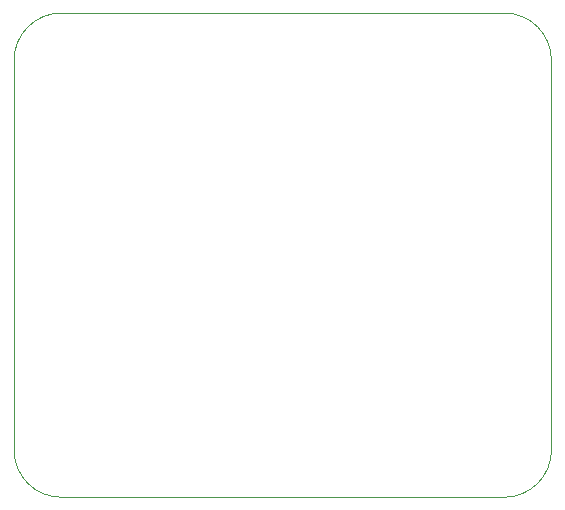
<source format=gbr>
%TF.GenerationSoftware,KiCad,Pcbnew,7.0.10*%
%TF.CreationDate,2024-02-05T17:12:21+01:00*%
%TF.ProjectId,led-driver-board-4gang,6c65642d-6472-4697-9665-722d626f6172,rev?*%
%TF.SameCoordinates,Original*%
%TF.FileFunction,Profile,NP*%
%FSLAX46Y46*%
G04 Gerber Fmt 4.6, Leading zero omitted, Abs format (unit mm)*
G04 Created by KiCad (PCBNEW 7.0.10) date 2024-02-05 17:12:21*
%MOMM*%
%LPD*%
G01*
G04 APERTURE LIST*
%TA.AperFunction,Profile*%
%ADD10C,0.100000*%
%TD*%
G04 APERTURE END LIST*
D10*
X60500000Y-66000000D02*
G75*
G03*
X64500000Y-62000000I0J4000000D01*
G01*
X19000000Y-62000000D02*
G75*
G03*
X23000000Y-66000000I4000000J0D01*
G01*
X23000000Y-25000000D02*
G75*
G03*
X19000000Y-29000000I0J-4000000D01*
G01*
X64500000Y-29000000D02*
G75*
G03*
X60500000Y-25000000I-4000000J0D01*
G01*
X19000000Y-62000000D02*
X19000000Y-29000000D01*
X23000000Y-25000000D02*
X60500000Y-25000000D01*
X64500000Y-62000000D02*
X64500000Y-29000000D01*
X23000000Y-66000000D02*
X60500000Y-66000000D01*
M02*

</source>
